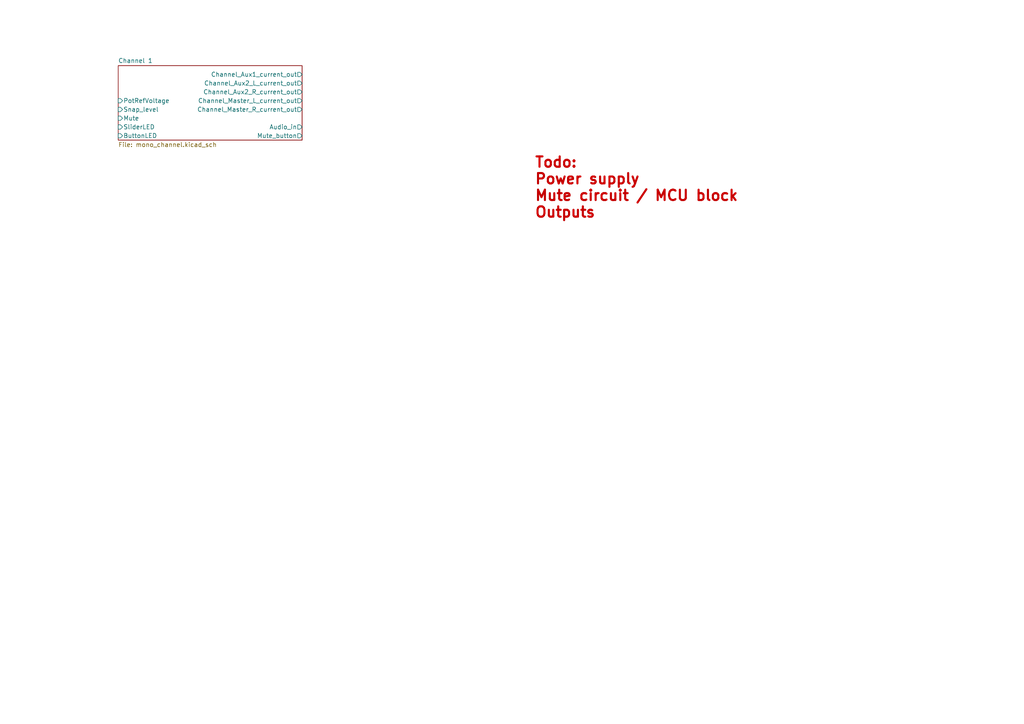
<source format=kicad_sch>
(kicad_sch (version 20230121) (generator eeschema)
  (paper "A4")
  (lib_symbols)
  (text "Todo:\nPower supply\nMute circuit / MCU block\nOutputs" (at 154.94 63.5 0) (effects (font (size 3 3) (thickness 0.6) bold) (justify left bottom)))
  (sheet (at 34.29 19.05) (size 53.34 21.59) (stroke (width 0.1524))
    (property "Sheetname" "Channel 1" (at 34.29 18.3384 0) (effects (justify left bottom)))
    (property "Sheetfile" "mono_channel.kicad_sch" (at 34.29 41.2246 0) (effects (justify left top)))
    (pin "Channel_Master_L_current_out" output (at 87.63 29.21 0))
    (pin "Channel_Aux1_current_out" output (at 87.63 21.59 0))
    (pin "Channel_Master_R_current_out" output (at 87.63 31.75 0))
    (pin "Channel_Aux2_L_current_out" output (at 87.63 24.13 0))
    (pin "Channel_Aux2_R_current_out" output (at 87.63 26.67 0))
    (pin "Snap_level" input (at 34.29 31.75 180))
    (pin "PotRefVoltage" input (at 34.29 29.21 180))
    (pin "Mute" input (at 34.29 34.29 180))
    (pin "SliderLED" input (at 34.29 36.83 180))
    (pin "ButtonLED" input (at 34.29 39.37 180))
    (pin "Mute_button" output (at 87.63 39.37 0))
    (pin "Audio_in" output (at 87.63 36.83 0))
  )
)
</source>
